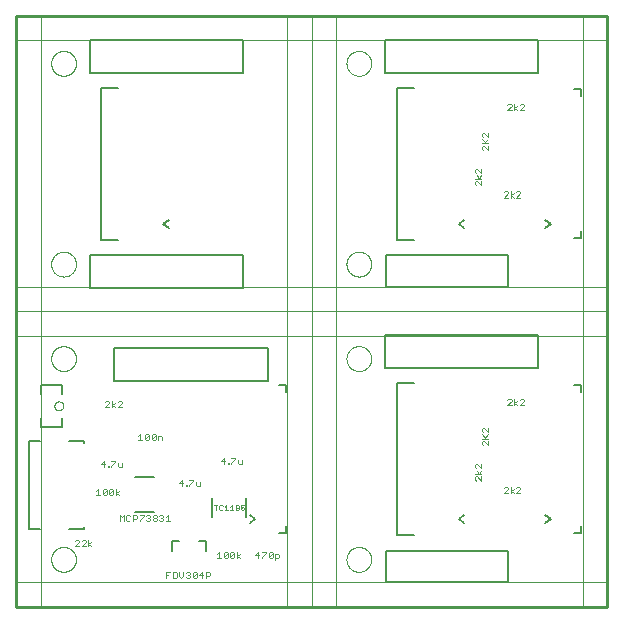
<source format=gto>
G75*
%MOIN*%
%OFA0B0*%
%FSLAX25Y25*%
%IPPOS*%
%LPD*%
%AMOC8*
5,1,8,0,0,1.08239X$1,22.5*
%
%ADD10C,0.01000*%
%ADD11C,0.00394*%
%ADD12C,0.00000*%
%ADD13C,0.00500*%
%ADD14C,0.00300*%
%ADD15C,0.00400*%
%ADD16C,0.00600*%
D10*
X0001500Y0001500D02*
X0198350Y0001500D01*
X0198350Y0198350D01*
X0001500Y0198350D01*
X0001500Y0001500D01*
D11*
X0001500Y0009571D02*
X0198350Y0009571D01*
X0190280Y0001500D02*
X0190280Y0198350D01*
X0198350Y0190280D02*
X0001500Y0190280D01*
X0009571Y0198350D02*
X0009571Y0001500D01*
X0091854Y0001500D02*
X0091854Y0198350D01*
X0099925Y0198350D02*
X0099925Y0001500D01*
X0107996Y0001500D02*
X0107996Y0198350D01*
X0198350Y0107996D02*
X0001500Y0107996D01*
X0001500Y0099925D02*
X0198350Y0099925D01*
X0198350Y0091854D02*
X0001500Y0091854D01*
D12*
X0013114Y0084177D02*
X0013116Y0084305D01*
X0013122Y0084433D01*
X0013132Y0084560D01*
X0013146Y0084688D01*
X0013163Y0084814D01*
X0013185Y0084940D01*
X0013211Y0085066D01*
X0013240Y0085190D01*
X0013273Y0085314D01*
X0013310Y0085436D01*
X0013351Y0085557D01*
X0013396Y0085677D01*
X0013444Y0085796D01*
X0013496Y0085913D01*
X0013552Y0086028D01*
X0013611Y0086142D01*
X0013673Y0086253D01*
X0013739Y0086363D01*
X0013808Y0086470D01*
X0013881Y0086576D01*
X0013957Y0086679D01*
X0014036Y0086779D01*
X0014118Y0086878D01*
X0014203Y0086973D01*
X0014291Y0087066D01*
X0014382Y0087156D01*
X0014475Y0087243D01*
X0014572Y0087328D01*
X0014670Y0087409D01*
X0014772Y0087487D01*
X0014875Y0087562D01*
X0014981Y0087634D01*
X0015089Y0087703D01*
X0015199Y0087768D01*
X0015312Y0087829D01*
X0015426Y0087888D01*
X0015541Y0087942D01*
X0015659Y0087993D01*
X0015777Y0088041D01*
X0015898Y0088084D01*
X0016019Y0088124D01*
X0016142Y0088160D01*
X0016266Y0088193D01*
X0016391Y0088221D01*
X0016516Y0088246D01*
X0016642Y0088266D01*
X0016769Y0088283D01*
X0016897Y0088296D01*
X0017024Y0088305D01*
X0017152Y0088310D01*
X0017280Y0088311D01*
X0017408Y0088308D01*
X0017536Y0088301D01*
X0017663Y0088290D01*
X0017790Y0088275D01*
X0017917Y0088257D01*
X0018043Y0088234D01*
X0018168Y0088207D01*
X0018292Y0088177D01*
X0018415Y0088143D01*
X0018538Y0088105D01*
X0018659Y0088063D01*
X0018778Y0088017D01*
X0018896Y0087968D01*
X0019013Y0087915D01*
X0019128Y0087859D01*
X0019241Y0087799D01*
X0019352Y0087736D01*
X0019461Y0087669D01*
X0019568Y0087599D01*
X0019673Y0087525D01*
X0019775Y0087449D01*
X0019875Y0087369D01*
X0019973Y0087286D01*
X0020068Y0087200D01*
X0020160Y0087111D01*
X0020249Y0087020D01*
X0020336Y0086926D01*
X0020419Y0086829D01*
X0020500Y0086729D01*
X0020577Y0086628D01*
X0020652Y0086523D01*
X0020723Y0086417D01*
X0020790Y0086308D01*
X0020855Y0086198D01*
X0020915Y0086085D01*
X0020973Y0085971D01*
X0021026Y0085855D01*
X0021076Y0085737D01*
X0021123Y0085618D01*
X0021166Y0085497D01*
X0021205Y0085375D01*
X0021240Y0085252D01*
X0021271Y0085128D01*
X0021299Y0085003D01*
X0021322Y0084877D01*
X0021342Y0084751D01*
X0021358Y0084624D01*
X0021370Y0084497D01*
X0021378Y0084369D01*
X0021382Y0084241D01*
X0021382Y0084113D01*
X0021378Y0083985D01*
X0021370Y0083857D01*
X0021358Y0083730D01*
X0021342Y0083603D01*
X0021322Y0083477D01*
X0021299Y0083351D01*
X0021271Y0083226D01*
X0021240Y0083102D01*
X0021205Y0082979D01*
X0021166Y0082857D01*
X0021123Y0082736D01*
X0021076Y0082617D01*
X0021026Y0082499D01*
X0020973Y0082383D01*
X0020915Y0082269D01*
X0020855Y0082156D01*
X0020790Y0082046D01*
X0020723Y0081937D01*
X0020652Y0081831D01*
X0020577Y0081726D01*
X0020500Y0081625D01*
X0020419Y0081525D01*
X0020336Y0081428D01*
X0020249Y0081334D01*
X0020160Y0081243D01*
X0020068Y0081154D01*
X0019973Y0081068D01*
X0019875Y0080985D01*
X0019775Y0080905D01*
X0019673Y0080829D01*
X0019568Y0080755D01*
X0019461Y0080685D01*
X0019352Y0080618D01*
X0019241Y0080555D01*
X0019128Y0080495D01*
X0019013Y0080439D01*
X0018896Y0080386D01*
X0018778Y0080337D01*
X0018659Y0080291D01*
X0018538Y0080249D01*
X0018415Y0080211D01*
X0018292Y0080177D01*
X0018168Y0080147D01*
X0018043Y0080120D01*
X0017917Y0080097D01*
X0017790Y0080079D01*
X0017663Y0080064D01*
X0017536Y0080053D01*
X0017408Y0080046D01*
X0017280Y0080043D01*
X0017152Y0080044D01*
X0017024Y0080049D01*
X0016897Y0080058D01*
X0016769Y0080071D01*
X0016642Y0080088D01*
X0016516Y0080108D01*
X0016391Y0080133D01*
X0016266Y0080161D01*
X0016142Y0080194D01*
X0016019Y0080230D01*
X0015898Y0080270D01*
X0015777Y0080313D01*
X0015659Y0080361D01*
X0015541Y0080412D01*
X0015426Y0080466D01*
X0015312Y0080525D01*
X0015199Y0080586D01*
X0015089Y0080651D01*
X0014981Y0080720D01*
X0014875Y0080792D01*
X0014772Y0080867D01*
X0014670Y0080945D01*
X0014572Y0081026D01*
X0014475Y0081111D01*
X0014382Y0081198D01*
X0014291Y0081288D01*
X0014203Y0081381D01*
X0014118Y0081476D01*
X0014036Y0081575D01*
X0013957Y0081675D01*
X0013881Y0081778D01*
X0013808Y0081884D01*
X0013739Y0081991D01*
X0013673Y0082101D01*
X0013611Y0082212D01*
X0013552Y0082326D01*
X0013496Y0082441D01*
X0013444Y0082558D01*
X0013396Y0082677D01*
X0013351Y0082797D01*
X0013310Y0082918D01*
X0013273Y0083040D01*
X0013240Y0083164D01*
X0013211Y0083288D01*
X0013185Y0083414D01*
X0013163Y0083540D01*
X0013146Y0083666D01*
X0013132Y0083794D01*
X0013122Y0083921D01*
X0013116Y0084049D01*
X0013114Y0084177D01*
X0014197Y0068429D02*
X0014199Y0068506D01*
X0014205Y0068582D01*
X0014215Y0068658D01*
X0014229Y0068733D01*
X0014246Y0068808D01*
X0014268Y0068881D01*
X0014293Y0068954D01*
X0014323Y0069025D01*
X0014355Y0069094D01*
X0014392Y0069161D01*
X0014431Y0069227D01*
X0014474Y0069290D01*
X0014521Y0069351D01*
X0014570Y0069410D01*
X0014623Y0069466D01*
X0014678Y0069519D01*
X0014736Y0069569D01*
X0014796Y0069616D01*
X0014859Y0069660D01*
X0014924Y0069701D01*
X0014991Y0069738D01*
X0015060Y0069772D01*
X0015130Y0069802D01*
X0015202Y0069828D01*
X0015276Y0069850D01*
X0015350Y0069869D01*
X0015425Y0069884D01*
X0015501Y0069895D01*
X0015577Y0069902D01*
X0015654Y0069905D01*
X0015730Y0069904D01*
X0015807Y0069899D01*
X0015883Y0069890D01*
X0015959Y0069877D01*
X0016033Y0069860D01*
X0016107Y0069840D01*
X0016180Y0069815D01*
X0016251Y0069787D01*
X0016321Y0069755D01*
X0016389Y0069720D01*
X0016455Y0069681D01*
X0016519Y0069639D01*
X0016580Y0069593D01*
X0016640Y0069544D01*
X0016696Y0069493D01*
X0016750Y0069438D01*
X0016801Y0069381D01*
X0016849Y0069321D01*
X0016894Y0069259D01*
X0016935Y0069194D01*
X0016973Y0069128D01*
X0017008Y0069060D01*
X0017038Y0068989D01*
X0017066Y0068918D01*
X0017089Y0068845D01*
X0017109Y0068771D01*
X0017125Y0068696D01*
X0017137Y0068620D01*
X0017145Y0068544D01*
X0017149Y0068467D01*
X0017149Y0068391D01*
X0017145Y0068314D01*
X0017137Y0068238D01*
X0017125Y0068162D01*
X0017109Y0068087D01*
X0017089Y0068013D01*
X0017066Y0067940D01*
X0017038Y0067869D01*
X0017008Y0067798D01*
X0016973Y0067730D01*
X0016935Y0067664D01*
X0016894Y0067599D01*
X0016849Y0067537D01*
X0016801Y0067477D01*
X0016750Y0067420D01*
X0016696Y0067365D01*
X0016640Y0067314D01*
X0016580Y0067265D01*
X0016519Y0067219D01*
X0016455Y0067177D01*
X0016389Y0067138D01*
X0016321Y0067103D01*
X0016251Y0067071D01*
X0016180Y0067043D01*
X0016107Y0067018D01*
X0016033Y0066998D01*
X0015959Y0066981D01*
X0015883Y0066968D01*
X0015807Y0066959D01*
X0015730Y0066954D01*
X0015654Y0066953D01*
X0015577Y0066956D01*
X0015501Y0066963D01*
X0015425Y0066974D01*
X0015350Y0066989D01*
X0015276Y0067008D01*
X0015202Y0067030D01*
X0015130Y0067056D01*
X0015060Y0067086D01*
X0014991Y0067120D01*
X0014924Y0067157D01*
X0014859Y0067198D01*
X0014796Y0067242D01*
X0014736Y0067289D01*
X0014678Y0067339D01*
X0014623Y0067392D01*
X0014570Y0067448D01*
X0014521Y0067507D01*
X0014474Y0067568D01*
X0014431Y0067631D01*
X0014392Y0067697D01*
X0014355Y0067764D01*
X0014323Y0067833D01*
X0014293Y0067904D01*
X0014268Y0067977D01*
X0014246Y0068050D01*
X0014229Y0068125D01*
X0014215Y0068200D01*
X0014205Y0068276D01*
X0014199Y0068352D01*
X0014197Y0068429D01*
X0013114Y0115673D02*
X0013116Y0115801D01*
X0013122Y0115929D01*
X0013132Y0116056D01*
X0013146Y0116184D01*
X0013163Y0116310D01*
X0013185Y0116436D01*
X0013211Y0116562D01*
X0013240Y0116686D01*
X0013273Y0116810D01*
X0013310Y0116932D01*
X0013351Y0117053D01*
X0013396Y0117173D01*
X0013444Y0117292D01*
X0013496Y0117409D01*
X0013552Y0117524D01*
X0013611Y0117638D01*
X0013673Y0117749D01*
X0013739Y0117859D01*
X0013808Y0117966D01*
X0013881Y0118072D01*
X0013957Y0118175D01*
X0014036Y0118275D01*
X0014118Y0118374D01*
X0014203Y0118469D01*
X0014291Y0118562D01*
X0014382Y0118652D01*
X0014475Y0118739D01*
X0014572Y0118824D01*
X0014670Y0118905D01*
X0014772Y0118983D01*
X0014875Y0119058D01*
X0014981Y0119130D01*
X0015089Y0119199D01*
X0015199Y0119264D01*
X0015312Y0119325D01*
X0015426Y0119384D01*
X0015541Y0119438D01*
X0015659Y0119489D01*
X0015777Y0119537D01*
X0015898Y0119580D01*
X0016019Y0119620D01*
X0016142Y0119656D01*
X0016266Y0119689D01*
X0016391Y0119717D01*
X0016516Y0119742D01*
X0016642Y0119762D01*
X0016769Y0119779D01*
X0016897Y0119792D01*
X0017024Y0119801D01*
X0017152Y0119806D01*
X0017280Y0119807D01*
X0017408Y0119804D01*
X0017536Y0119797D01*
X0017663Y0119786D01*
X0017790Y0119771D01*
X0017917Y0119753D01*
X0018043Y0119730D01*
X0018168Y0119703D01*
X0018292Y0119673D01*
X0018415Y0119639D01*
X0018538Y0119601D01*
X0018659Y0119559D01*
X0018778Y0119513D01*
X0018896Y0119464D01*
X0019013Y0119411D01*
X0019128Y0119355D01*
X0019241Y0119295D01*
X0019352Y0119232D01*
X0019461Y0119165D01*
X0019568Y0119095D01*
X0019673Y0119021D01*
X0019775Y0118945D01*
X0019875Y0118865D01*
X0019973Y0118782D01*
X0020068Y0118696D01*
X0020160Y0118607D01*
X0020249Y0118516D01*
X0020336Y0118422D01*
X0020419Y0118325D01*
X0020500Y0118225D01*
X0020577Y0118124D01*
X0020652Y0118019D01*
X0020723Y0117913D01*
X0020790Y0117804D01*
X0020855Y0117694D01*
X0020915Y0117581D01*
X0020973Y0117467D01*
X0021026Y0117351D01*
X0021076Y0117233D01*
X0021123Y0117114D01*
X0021166Y0116993D01*
X0021205Y0116871D01*
X0021240Y0116748D01*
X0021271Y0116624D01*
X0021299Y0116499D01*
X0021322Y0116373D01*
X0021342Y0116247D01*
X0021358Y0116120D01*
X0021370Y0115993D01*
X0021378Y0115865D01*
X0021382Y0115737D01*
X0021382Y0115609D01*
X0021378Y0115481D01*
X0021370Y0115353D01*
X0021358Y0115226D01*
X0021342Y0115099D01*
X0021322Y0114973D01*
X0021299Y0114847D01*
X0021271Y0114722D01*
X0021240Y0114598D01*
X0021205Y0114475D01*
X0021166Y0114353D01*
X0021123Y0114232D01*
X0021076Y0114113D01*
X0021026Y0113995D01*
X0020973Y0113879D01*
X0020915Y0113765D01*
X0020855Y0113652D01*
X0020790Y0113542D01*
X0020723Y0113433D01*
X0020652Y0113327D01*
X0020577Y0113222D01*
X0020500Y0113121D01*
X0020419Y0113021D01*
X0020336Y0112924D01*
X0020249Y0112830D01*
X0020160Y0112739D01*
X0020068Y0112650D01*
X0019973Y0112564D01*
X0019875Y0112481D01*
X0019775Y0112401D01*
X0019673Y0112325D01*
X0019568Y0112251D01*
X0019461Y0112181D01*
X0019352Y0112114D01*
X0019241Y0112051D01*
X0019128Y0111991D01*
X0019013Y0111935D01*
X0018896Y0111882D01*
X0018778Y0111833D01*
X0018659Y0111787D01*
X0018538Y0111745D01*
X0018415Y0111707D01*
X0018292Y0111673D01*
X0018168Y0111643D01*
X0018043Y0111616D01*
X0017917Y0111593D01*
X0017790Y0111575D01*
X0017663Y0111560D01*
X0017536Y0111549D01*
X0017408Y0111542D01*
X0017280Y0111539D01*
X0017152Y0111540D01*
X0017024Y0111545D01*
X0016897Y0111554D01*
X0016769Y0111567D01*
X0016642Y0111584D01*
X0016516Y0111604D01*
X0016391Y0111629D01*
X0016266Y0111657D01*
X0016142Y0111690D01*
X0016019Y0111726D01*
X0015898Y0111766D01*
X0015777Y0111809D01*
X0015659Y0111857D01*
X0015541Y0111908D01*
X0015426Y0111962D01*
X0015312Y0112021D01*
X0015199Y0112082D01*
X0015089Y0112147D01*
X0014981Y0112216D01*
X0014875Y0112288D01*
X0014772Y0112363D01*
X0014670Y0112441D01*
X0014572Y0112522D01*
X0014475Y0112607D01*
X0014382Y0112694D01*
X0014291Y0112784D01*
X0014203Y0112877D01*
X0014118Y0112972D01*
X0014036Y0113071D01*
X0013957Y0113171D01*
X0013881Y0113274D01*
X0013808Y0113380D01*
X0013739Y0113487D01*
X0013673Y0113597D01*
X0013611Y0113708D01*
X0013552Y0113822D01*
X0013496Y0113937D01*
X0013444Y0114054D01*
X0013396Y0114173D01*
X0013351Y0114293D01*
X0013310Y0114414D01*
X0013273Y0114536D01*
X0013240Y0114660D01*
X0013211Y0114784D01*
X0013185Y0114910D01*
X0013163Y0115036D01*
X0013146Y0115162D01*
X0013132Y0115290D01*
X0013122Y0115417D01*
X0013116Y0115545D01*
X0013114Y0115673D01*
X0013114Y0182602D02*
X0013116Y0182730D01*
X0013122Y0182858D01*
X0013132Y0182985D01*
X0013146Y0183113D01*
X0013163Y0183239D01*
X0013185Y0183365D01*
X0013211Y0183491D01*
X0013240Y0183615D01*
X0013273Y0183739D01*
X0013310Y0183861D01*
X0013351Y0183982D01*
X0013396Y0184102D01*
X0013444Y0184221D01*
X0013496Y0184338D01*
X0013552Y0184453D01*
X0013611Y0184567D01*
X0013673Y0184678D01*
X0013739Y0184788D01*
X0013808Y0184895D01*
X0013881Y0185001D01*
X0013957Y0185104D01*
X0014036Y0185204D01*
X0014118Y0185303D01*
X0014203Y0185398D01*
X0014291Y0185491D01*
X0014382Y0185581D01*
X0014475Y0185668D01*
X0014572Y0185753D01*
X0014670Y0185834D01*
X0014772Y0185912D01*
X0014875Y0185987D01*
X0014981Y0186059D01*
X0015089Y0186128D01*
X0015199Y0186193D01*
X0015312Y0186254D01*
X0015426Y0186313D01*
X0015541Y0186367D01*
X0015659Y0186418D01*
X0015777Y0186466D01*
X0015898Y0186509D01*
X0016019Y0186549D01*
X0016142Y0186585D01*
X0016266Y0186618D01*
X0016391Y0186646D01*
X0016516Y0186671D01*
X0016642Y0186691D01*
X0016769Y0186708D01*
X0016897Y0186721D01*
X0017024Y0186730D01*
X0017152Y0186735D01*
X0017280Y0186736D01*
X0017408Y0186733D01*
X0017536Y0186726D01*
X0017663Y0186715D01*
X0017790Y0186700D01*
X0017917Y0186682D01*
X0018043Y0186659D01*
X0018168Y0186632D01*
X0018292Y0186602D01*
X0018415Y0186568D01*
X0018538Y0186530D01*
X0018659Y0186488D01*
X0018778Y0186442D01*
X0018896Y0186393D01*
X0019013Y0186340D01*
X0019128Y0186284D01*
X0019241Y0186224D01*
X0019352Y0186161D01*
X0019461Y0186094D01*
X0019568Y0186024D01*
X0019673Y0185950D01*
X0019775Y0185874D01*
X0019875Y0185794D01*
X0019973Y0185711D01*
X0020068Y0185625D01*
X0020160Y0185536D01*
X0020249Y0185445D01*
X0020336Y0185351D01*
X0020419Y0185254D01*
X0020500Y0185154D01*
X0020577Y0185053D01*
X0020652Y0184948D01*
X0020723Y0184842D01*
X0020790Y0184733D01*
X0020855Y0184623D01*
X0020915Y0184510D01*
X0020973Y0184396D01*
X0021026Y0184280D01*
X0021076Y0184162D01*
X0021123Y0184043D01*
X0021166Y0183922D01*
X0021205Y0183800D01*
X0021240Y0183677D01*
X0021271Y0183553D01*
X0021299Y0183428D01*
X0021322Y0183302D01*
X0021342Y0183176D01*
X0021358Y0183049D01*
X0021370Y0182922D01*
X0021378Y0182794D01*
X0021382Y0182666D01*
X0021382Y0182538D01*
X0021378Y0182410D01*
X0021370Y0182282D01*
X0021358Y0182155D01*
X0021342Y0182028D01*
X0021322Y0181902D01*
X0021299Y0181776D01*
X0021271Y0181651D01*
X0021240Y0181527D01*
X0021205Y0181404D01*
X0021166Y0181282D01*
X0021123Y0181161D01*
X0021076Y0181042D01*
X0021026Y0180924D01*
X0020973Y0180808D01*
X0020915Y0180694D01*
X0020855Y0180581D01*
X0020790Y0180471D01*
X0020723Y0180362D01*
X0020652Y0180256D01*
X0020577Y0180151D01*
X0020500Y0180050D01*
X0020419Y0179950D01*
X0020336Y0179853D01*
X0020249Y0179759D01*
X0020160Y0179668D01*
X0020068Y0179579D01*
X0019973Y0179493D01*
X0019875Y0179410D01*
X0019775Y0179330D01*
X0019673Y0179254D01*
X0019568Y0179180D01*
X0019461Y0179110D01*
X0019352Y0179043D01*
X0019241Y0178980D01*
X0019128Y0178920D01*
X0019013Y0178864D01*
X0018896Y0178811D01*
X0018778Y0178762D01*
X0018659Y0178716D01*
X0018538Y0178674D01*
X0018415Y0178636D01*
X0018292Y0178602D01*
X0018168Y0178572D01*
X0018043Y0178545D01*
X0017917Y0178522D01*
X0017790Y0178504D01*
X0017663Y0178489D01*
X0017536Y0178478D01*
X0017408Y0178471D01*
X0017280Y0178468D01*
X0017152Y0178469D01*
X0017024Y0178474D01*
X0016897Y0178483D01*
X0016769Y0178496D01*
X0016642Y0178513D01*
X0016516Y0178533D01*
X0016391Y0178558D01*
X0016266Y0178586D01*
X0016142Y0178619D01*
X0016019Y0178655D01*
X0015898Y0178695D01*
X0015777Y0178738D01*
X0015659Y0178786D01*
X0015541Y0178837D01*
X0015426Y0178891D01*
X0015312Y0178950D01*
X0015199Y0179011D01*
X0015089Y0179076D01*
X0014981Y0179145D01*
X0014875Y0179217D01*
X0014772Y0179292D01*
X0014670Y0179370D01*
X0014572Y0179451D01*
X0014475Y0179536D01*
X0014382Y0179623D01*
X0014291Y0179713D01*
X0014203Y0179806D01*
X0014118Y0179901D01*
X0014036Y0180000D01*
X0013957Y0180100D01*
X0013881Y0180203D01*
X0013808Y0180309D01*
X0013739Y0180416D01*
X0013673Y0180526D01*
X0013611Y0180637D01*
X0013552Y0180751D01*
X0013496Y0180866D01*
X0013444Y0180983D01*
X0013396Y0181102D01*
X0013351Y0181222D01*
X0013310Y0181343D01*
X0013273Y0181465D01*
X0013240Y0181589D01*
X0013211Y0181713D01*
X0013185Y0181839D01*
X0013163Y0181965D01*
X0013146Y0182091D01*
X0013132Y0182219D01*
X0013122Y0182346D01*
X0013116Y0182474D01*
X0013114Y0182602D01*
X0111539Y0182602D02*
X0111541Y0182730D01*
X0111547Y0182858D01*
X0111557Y0182985D01*
X0111571Y0183113D01*
X0111588Y0183239D01*
X0111610Y0183365D01*
X0111636Y0183491D01*
X0111665Y0183615D01*
X0111698Y0183739D01*
X0111735Y0183861D01*
X0111776Y0183982D01*
X0111821Y0184102D01*
X0111869Y0184221D01*
X0111921Y0184338D01*
X0111977Y0184453D01*
X0112036Y0184567D01*
X0112098Y0184678D01*
X0112164Y0184788D01*
X0112233Y0184895D01*
X0112306Y0185001D01*
X0112382Y0185104D01*
X0112461Y0185204D01*
X0112543Y0185303D01*
X0112628Y0185398D01*
X0112716Y0185491D01*
X0112807Y0185581D01*
X0112900Y0185668D01*
X0112997Y0185753D01*
X0113095Y0185834D01*
X0113197Y0185912D01*
X0113300Y0185987D01*
X0113406Y0186059D01*
X0113514Y0186128D01*
X0113624Y0186193D01*
X0113737Y0186254D01*
X0113851Y0186313D01*
X0113966Y0186367D01*
X0114084Y0186418D01*
X0114202Y0186466D01*
X0114323Y0186509D01*
X0114444Y0186549D01*
X0114567Y0186585D01*
X0114691Y0186618D01*
X0114816Y0186646D01*
X0114941Y0186671D01*
X0115067Y0186691D01*
X0115194Y0186708D01*
X0115322Y0186721D01*
X0115449Y0186730D01*
X0115577Y0186735D01*
X0115705Y0186736D01*
X0115833Y0186733D01*
X0115961Y0186726D01*
X0116088Y0186715D01*
X0116215Y0186700D01*
X0116342Y0186682D01*
X0116468Y0186659D01*
X0116593Y0186632D01*
X0116717Y0186602D01*
X0116840Y0186568D01*
X0116963Y0186530D01*
X0117084Y0186488D01*
X0117203Y0186442D01*
X0117321Y0186393D01*
X0117438Y0186340D01*
X0117553Y0186284D01*
X0117666Y0186224D01*
X0117777Y0186161D01*
X0117886Y0186094D01*
X0117993Y0186024D01*
X0118098Y0185950D01*
X0118200Y0185874D01*
X0118300Y0185794D01*
X0118398Y0185711D01*
X0118493Y0185625D01*
X0118585Y0185536D01*
X0118674Y0185445D01*
X0118761Y0185351D01*
X0118844Y0185254D01*
X0118925Y0185154D01*
X0119002Y0185053D01*
X0119077Y0184948D01*
X0119148Y0184842D01*
X0119215Y0184733D01*
X0119280Y0184623D01*
X0119340Y0184510D01*
X0119398Y0184396D01*
X0119451Y0184280D01*
X0119501Y0184162D01*
X0119548Y0184043D01*
X0119591Y0183922D01*
X0119630Y0183800D01*
X0119665Y0183677D01*
X0119696Y0183553D01*
X0119724Y0183428D01*
X0119747Y0183302D01*
X0119767Y0183176D01*
X0119783Y0183049D01*
X0119795Y0182922D01*
X0119803Y0182794D01*
X0119807Y0182666D01*
X0119807Y0182538D01*
X0119803Y0182410D01*
X0119795Y0182282D01*
X0119783Y0182155D01*
X0119767Y0182028D01*
X0119747Y0181902D01*
X0119724Y0181776D01*
X0119696Y0181651D01*
X0119665Y0181527D01*
X0119630Y0181404D01*
X0119591Y0181282D01*
X0119548Y0181161D01*
X0119501Y0181042D01*
X0119451Y0180924D01*
X0119398Y0180808D01*
X0119340Y0180694D01*
X0119280Y0180581D01*
X0119215Y0180471D01*
X0119148Y0180362D01*
X0119077Y0180256D01*
X0119002Y0180151D01*
X0118925Y0180050D01*
X0118844Y0179950D01*
X0118761Y0179853D01*
X0118674Y0179759D01*
X0118585Y0179668D01*
X0118493Y0179579D01*
X0118398Y0179493D01*
X0118300Y0179410D01*
X0118200Y0179330D01*
X0118098Y0179254D01*
X0117993Y0179180D01*
X0117886Y0179110D01*
X0117777Y0179043D01*
X0117666Y0178980D01*
X0117553Y0178920D01*
X0117438Y0178864D01*
X0117321Y0178811D01*
X0117203Y0178762D01*
X0117084Y0178716D01*
X0116963Y0178674D01*
X0116840Y0178636D01*
X0116717Y0178602D01*
X0116593Y0178572D01*
X0116468Y0178545D01*
X0116342Y0178522D01*
X0116215Y0178504D01*
X0116088Y0178489D01*
X0115961Y0178478D01*
X0115833Y0178471D01*
X0115705Y0178468D01*
X0115577Y0178469D01*
X0115449Y0178474D01*
X0115322Y0178483D01*
X0115194Y0178496D01*
X0115067Y0178513D01*
X0114941Y0178533D01*
X0114816Y0178558D01*
X0114691Y0178586D01*
X0114567Y0178619D01*
X0114444Y0178655D01*
X0114323Y0178695D01*
X0114202Y0178738D01*
X0114084Y0178786D01*
X0113966Y0178837D01*
X0113851Y0178891D01*
X0113737Y0178950D01*
X0113624Y0179011D01*
X0113514Y0179076D01*
X0113406Y0179145D01*
X0113300Y0179217D01*
X0113197Y0179292D01*
X0113095Y0179370D01*
X0112997Y0179451D01*
X0112900Y0179536D01*
X0112807Y0179623D01*
X0112716Y0179713D01*
X0112628Y0179806D01*
X0112543Y0179901D01*
X0112461Y0180000D01*
X0112382Y0180100D01*
X0112306Y0180203D01*
X0112233Y0180309D01*
X0112164Y0180416D01*
X0112098Y0180526D01*
X0112036Y0180637D01*
X0111977Y0180751D01*
X0111921Y0180866D01*
X0111869Y0180983D01*
X0111821Y0181102D01*
X0111776Y0181222D01*
X0111735Y0181343D01*
X0111698Y0181465D01*
X0111665Y0181589D01*
X0111636Y0181713D01*
X0111610Y0181839D01*
X0111588Y0181965D01*
X0111571Y0182091D01*
X0111557Y0182219D01*
X0111547Y0182346D01*
X0111541Y0182474D01*
X0111539Y0182602D01*
X0111539Y0115673D02*
X0111541Y0115801D01*
X0111547Y0115929D01*
X0111557Y0116056D01*
X0111571Y0116184D01*
X0111588Y0116310D01*
X0111610Y0116436D01*
X0111636Y0116562D01*
X0111665Y0116686D01*
X0111698Y0116810D01*
X0111735Y0116932D01*
X0111776Y0117053D01*
X0111821Y0117173D01*
X0111869Y0117292D01*
X0111921Y0117409D01*
X0111977Y0117524D01*
X0112036Y0117638D01*
X0112098Y0117749D01*
X0112164Y0117859D01*
X0112233Y0117966D01*
X0112306Y0118072D01*
X0112382Y0118175D01*
X0112461Y0118275D01*
X0112543Y0118374D01*
X0112628Y0118469D01*
X0112716Y0118562D01*
X0112807Y0118652D01*
X0112900Y0118739D01*
X0112997Y0118824D01*
X0113095Y0118905D01*
X0113197Y0118983D01*
X0113300Y0119058D01*
X0113406Y0119130D01*
X0113514Y0119199D01*
X0113624Y0119264D01*
X0113737Y0119325D01*
X0113851Y0119384D01*
X0113966Y0119438D01*
X0114084Y0119489D01*
X0114202Y0119537D01*
X0114323Y0119580D01*
X0114444Y0119620D01*
X0114567Y0119656D01*
X0114691Y0119689D01*
X0114816Y0119717D01*
X0114941Y0119742D01*
X0115067Y0119762D01*
X0115194Y0119779D01*
X0115322Y0119792D01*
X0115449Y0119801D01*
X0115577Y0119806D01*
X0115705Y0119807D01*
X0115833Y0119804D01*
X0115961Y0119797D01*
X0116088Y0119786D01*
X0116215Y0119771D01*
X0116342Y0119753D01*
X0116468Y0119730D01*
X0116593Y0119703D01*
X0116717Y0119673D01*
X0116840Y0119639D01*
X0116963Y0119601D01*
X0117084Y0119559D01*
X0117203Y0119513D01*
X0117321Y0119464D01*
X0117438Y0119411D01*
X0117553Y0119355D01*
X0117666Y0119295D01*
X0117777Y0119232D01*
X0117886Y0119165D01*
X0117993Y0119095D01*
X0118098Y0119021D01*
X0118200Y0118945D01*
X0118300Y0118865D01*
X0118398Y0118782D01*
X0118493Y0118696D01*
X0118585Y0118607D01*
X0118674Y0118516D01*
X0118761Y0118422D01*
X0118844Y0118325D01*
X0118925Y0118225D01*
X0119002Y0118124D01*
X0119077Y0118019D01*
X0119148Y0117913D01*
X0119215Y0117804D01*
X0119280Y0117694D01*
X0119340Y0117581D01*
X0119398Y0117467D01*
X0119451Y0117351D01*
X0119501Y0117233D01*
X0119548Y0117114D01*
X0119591Y0116993D01*
X0119630Y0116871D01*
X0119665Y0116748D01*
X0119696Y0116624D01*
X0119724Y0116499D01*
X0119747Y0116373D01*
X0119767Y0116247D01*
X0119783Y0116120D01*
X0119795Y0115993D01*
X0119803Y0115865D01*
X0119807Y0115737D01*
X0119807Y0115609D01*
X0119803Y0115481D01*
X0119795Y0115353D01*
X0119783Y0115226D01*
X0119767Y0115099D01*
X0119747Y0114973D01*
X0119724Y0114847D01*
X0119696Y0114722D01*
X0119665Y0114598D01*
X0119630Y0114475D01*
X0119591Y0114353D01*
X0119548Y0114232D01*
X0119501Y0114113D01*
X0119451Y0113995D01*
X0119398Y0113879D01*
X0119340Y0113765D01*
X0119280Y0113652D01*
X0119215Y0113542D01*
X0119148Y0113433D01*
X0119077Y0113327D01*
X0119002Y0113222D01*
X0118925Y0113121D01*
X0118844Y0113021D01*
X0118761Y0112924D01*
X0118674Y0112830D01*
X0118585Y0112739D01*
X0118493Y0112650D01*
X0118398Y0112564D01*
X0118300Y0112481D01*
X0118200Y0112401D01*
X0118098Y0112325D01*
X0117993Y0112251D01*
X0117886Y0112181D01*
X0117777Y0112114D01*
X0117666Y0112051D01*
X0117553Y0111991D01*
X0117438Y0111935D01*
X0117321Y0111882D01*
X0117203Y0111833D01*
X0117084Y0111787D01*
X0116963Y0111745D01*
X0116840Y0111707D01*
X0116717Y0111673D01*
X0116593Y0111643D01*
X0116468Y0111616D01*
X0116342Y0111593D01*
X0116215Y0111575D01*
X0116088Y0111560D01*
X0115961Y0111549D01*
X0115833Y0111542D01*
X0115705Y0111539D01*
X0115577Y0111540D01*
X0115449Y0111545D01*
X0115322Y0111554D01*
X0115194Y0111567D01*
X0115067Y0111584D01*
X0114941Y0111604D01*
X0114816Y0111629D01*
X0114691Y0111657D01*
X0114567Y0111690D01*
X0114444Y0111726D01*
X0114323Y0111766D01*
X0114202Y0111809D01*
X0114084Y0111857D01*
X0113966Y0111908D01*
X0113851Y0111962D01*
X0113737Y0112021D01*
X0113624Y0112082D01*
X0113514Y0112147D01*
X0113406Y0112216D01*
X0113300Y0112288D01*
X0113197Y0112363D01*
X0113095Y0112441D01*
X0112997Y0112522D01*
X0112900Y0112607D01*
X0112807Y0112694D01*
X0112716Y0112784D01*
X0112628Y0112877D01*
X0112543Y0112972D01*
X0112461Y0113071D01*
X0112382Y0113171D01*
X0112306Y0113274D01*
X0112233Y0113380D01*
X0112164Y0113487D01*
X0112098Y0113597D01*
X0112036Y0113708D01*
X0111977Y0113822D01*
X0111921Y0113937D01*
X0111869Y0114054D01*
X0111821Y0114173D01*
X0111776Y0114293D01*
X0111735Y0114414D01*
X0111698Y0114536D01*
X0111665Y0114660D01*
X0111636Y0114784D01*
X0111610Y0114910D01*
X0111588Y0115036D01*
X0111571Y0115162D01*
X0111557Y0115290D01*
X0111547Y0115417D01*
X0111541Y0115545D01*
X0111539Y0115673D01*
X0111539Y0084177D02*
X0111541Y0084305D01*
X0111547Y0084433D01*
X0111557Y0084560D01*
X0111571Y0084688D01*
X0111588Y0084814D01*
X0111610Y0084940D01*
X0111636Y0085066D01*
X0111665Y0085190D01*
X0111698Y0085314D01*
X0111735Y0085436D01*
X0111776Y0085557D01*
X0111821Y0085677D01*
X0111869Y0085796D01*
X0111921Y0085913D01*
X0111977Y0086028D01*
X0112036Y0086142D01*
X0112098Y0086253D01*
X0112164Y0086363D01*
X0112233Y0086470D01*
X0112306Y0086576D01*
X0112382Y0086679D01*
X0112461Y0086779D01*
X0112543Y0086878D01*
X0112628Y0086973D01*
X0112716Y0087066D01*
X0112807Y0087156D01*
X0112900Y0087243D01*
X0112997Y0087328D01*
X0113095Y0087409D01*
X0113197Y0087487D01*
X0113300Y0087562D01*
X0113406Y0087634D01*
X0113514Y0087703D01*
X0113624Y0087768D01*
X0113737Y0087829D01*
X0113851Y0087888D01*
X0113966Y0087942D01*
X0114084Y0087993D01*
X0114202Y0088041D01*
X0114323Y0088084D01*
X0114444Y0088124D01*
X0114567Y0088160D01*
X0114691Y0088193D01*
X0114816Y0088221D01*
X0114941Y0088246D01*
X0115067Y0088266D01*
X0115194Y0088283D01*
X0115322Y0088296D01*
X0115449Y0088305D01*
X0115577Y0088310D01*
X0115705Y0088311D01*
X0115833Y0088308D01*
X0115961Y0088301D01*
X0116088Y0088290D01*
X0116215Y0088275D01*
X0116342Y0088257D01*
X0116468Y0088234D01*
X0116593Y0088207D01*
X0116717Y0088177D01*
X0116840Y0088143D01*
X0116963Y0088105D01*
X0117084Y0088063D01*
X0117203Y0088017D01*
X0117321Y0087968D01*
X0117438Y0087915D01*
X0117553Y0087859D01*
X0117666Y0087799D01*
X0117777Y0087736D01*
X0117886Y0087669D01*
X0117993Y0087599D01*
X0118098Y0087525D01*
X0118200Y0087449D01*
X0118300Y0087369D01*
X0118398Y0087286D01*
X0118493Y0087200D01*
X0118585Y0087111D01*
X0118674Y0087020D01*
X0118761Y0086926D01*
X0118844Y0086829D01*
X0118925Y0086729D01*
X0119002Y0086628D01*
X0119077Y0086523D01*
X0119148Y0086417D01*
X0119215Y0086308D01*
X0119280Y0086198D01*
X0119340Y0086085D01*
X0119398Y0085971D01*
X0119451Y0085855D01*
X0119501Y0085737D01*
X0119548Y0085618D01*
X0119591Y0085497D01*
X0119630Y0085375D01*
X0119665Y0085252D01*
X0119696Y0085128D01*
X0119724Y0085003D01*
X0119747Y0084877D01*
X0119767Y0084751D01*
X0119783Y0084624D01*
X0119795Y0084497D01*
X0119803Y0084369D01*
X0119807Y0084241D01*
X0119807Y0084113D01*
X0119803Y0083985D01*
X0119795Y0083857D01*
X0119783Y0083730D01*
X0119767Y0083603D01*
X0119747Y0083477D01*
X0119724Y0083351D01*
X0119696Y0083226D01*
X0119665Y0083102D01*
X0119630Y0082979D01*
X0119591Y0082857D01*
X0119548Y0082736D01*
X0119501Y0082617D01*
X0119451Y0082499D01*
X0119398Y0082383D01*
X0119340Y0082269D01*
X0119280Y0082156D01*
X0119215Y0082046D01*
X0119148Y0081937D01*
X0119077Y0081831D01*
X0119002Y0081726D01*
X0118925Y0081625D01*
X0118844Y0081525D01*
X0118761Y0081428D01*
X0118674Y0081334D01*
X0118585Y0081243D01*
X0118493Y0081154D01*
X0118398Y0081068D01*
X0118300Y0080985D01*
X0118200Y0080905D01*
X0118098Y0080829D01*
X0117993Y0080755D01*
X0117886Y0080685D01*
X0117777Y0080618D01*
X0117666Y0080555D01*
X0117553Y0080495D01*
X0117438Y0080439D01*
X0117321Y0080386D01*
X0117203Y0080337D01*
X0117084Y0080291D01*
X0116963Y0080249D01*
X0116840Y0080211D01*
X0116717Y0080177D01*
X0116593Y0080147D01*
X0116468Y0080120D01*
X0116342Y0080097D01*
X0116215Y0080079D01*
X0116088Y0080064D01*
X0115961Y0080053D01*
X0115833Y0080046D01*
X0115705Y0080043D01*
X0115577Y0080044D01*
X0115449Y0080049D01*
X0115322Y0080058D01*
X0115194Y0080071D01*
X0115067Y0080088D01*
X0114941Y0080108D01*
X0114816Y0080133D01*
X0114691Y0080161D01*
X0114567Y0080194D01*
X0114444Y0080230D01*
X0114323Y0080270D01*
X0114202Y0080313D01*
X0114084Y0080361D01*
X0113966Y0080412D01*
X0113851Y0080466D01*
X0113737Y0080525D01*
X0113624Y0080586D01*
X0113514Y0080651D01*
X0113406Y0080720D01*
X0113300Y0080792D01*
X0113197Y0080867D01*
X0113095Y0080945D01*
X0112997Y0081026D01*
X0112900Y0081111D01*
X0112807Y0081198D01*
X0112716Y0081288D01*
X0112628Y0081381D01*
X0112543Y0081476D01*
X0112461Y0081575D01*
X0112382Y0081675D01*
X0112306Y0081778D01*
X0112233Y0081884D01*
X0112164Y0081991D01*
X0112098Y0082101D01*
X0112036Y0082212D01*
X0111977Y0082326D01*
X0111921Y0082441D01*
X0111869Y0082558D01*
X0111821Y0082677D01*
X0111776Y0082797D01*
X0111735Y0082918D01*
X0111698Y0083040D01*
X0111665Y0083164D01*
X0111636Y0083288D01*
X0111610Y0083414D01*
X0111588Y0083540D01*
X0111571Y0083666D01*
X0111557Y0083794D01*
X0111547Y0083921D01*
X0111541Y0084049D01*
X0111539Y0084177D01*
X0111539Y0017248D02*
X0111541Y0017376D01*
X0111547Y0017504D01*
X0111557Y0017631D01*
X0111571Y0017759D01*
X0111588Y0017885D01*
X0111610Y0018011D01*
X0111636Y0018137D01*
X0111665Y0018261D01*
X0111698Y0018385D01*
X0111735Y0018507D01*
X0111776Y0018628D01*
X0111821Y0018748D01*
X0111869Y0018867D01*
X0111921Y0018984D01*
X0111977Y0019099D01*
X0112036Y0019213D01*
X0112098Y0019324D01*
X0112164Y0019434D01*
X0112233Y0019541D01*
X0112306Y0019647D01*
X0112382Y0019750D01*
X0112461Y0019850D01*
X0112543Y0019949D01*
X0112628Y0020044D01*
X0112716Y0020137D01*
X0112807Y0020227D01*
X0112900Y0020314D01*
X0112997Y0020399D01*
X0113095Y0020480D01*
X0113197Y0020558D01*
X0113300Y0020633D01*
X0113406Y0020705D01*
X0113514Y0020774D01*
X0113624Y0020839D01*
X0113737Y0020900D01*
X0113851Y0020959D01*
X0113966Y0021013D01*
X0114084Y0021064D01*
X0114202Y0021112D01*
X0114323Y0021155D01*
X0114444Y0021195D01*
X0114567Y0021231D01*
X0114691Y0021264D01*
X0114816Y0021292D01*
X0114941Y0021317D01*
X0115067Y0021337D01*
X0115194Y0021354D01*
X0115322Y0021367D01*
X0115449Y0021376D01*
X0115577Y0021381D01*
X0115705Y0021382D01*
X0115833Y0021379D01*
X0115961Y0021372D01*
X0116088Y0021361D01*
X0116215Y0021346D01*
X0116342Y0021328D01*
X0116468Y0021305D01*
X0116593Y0021278D01*
X0116717Y0021248D01*
X0116840Y0021214D01*
X0116963Y0021176D01*
X0117084Y0021134D01*
X0117203Y0021088D01*
X0117321Y0021039D01*
X0117438Y0020986D01*
X0117553Y0020930D01*
X0117666Y0020870D01*
X0117777Y0020807D01*
X0117886Y0020740D01*
X0117993Y0020670D01*
X0118098Y0020596D01*
X0118200Y0020520D01*
X0118300Y0020440D01*
X0118398Y0020357D01*
X0118493Y0020271D01*
X0118585Y0020182D01*
X0118674Y0020091D01*
X0118761Y0019997D01*
X0118844Y0019900D01*
X0118925Y0019800D01*
X0119002Y0019699D01*
X0119077Y0019594D01*
X0119148Y0019488D01*
X0119215Y0019379D01*
X0119280Y0019269D01*
X0119340Y0019156D01*
X0119398Y0019042D01*
X0119451Y0018926D01*
X0119501Y0018808D01*
X0119548Y0018689D01*
X0119591Y0018568D01*
X0119630Y0018446D01*
X0119665Y0018323D01*
X0119696Y0018199D01*
X0119724Y0018074D01*
X0119747Y0017948D01*
X0119767Y0017822D01*
X0119783Y0017695D01*
X0119795Y0017568D01*
X0119803Y0017440D01*
X0119807Y0017312D01*
X0119807Y0017184D01*
X0119803Y0017056D01*
X0119795Y0016928D01*
X0119783Y0016801D01*
X0119767Y0016674D01*
X0119747Y0016548D01*
X0119724Y0016422D01*
X0119696Y0016297D01*
X0119665Y0016173D01*
X0119630Y0016050D01*
X0119591Y0015928D01*
X0119548Y0015807D01*
X0119501Y0015688D01*
X0119451Y0015570D01*
X0119398Y0015454D01*
X0119340Y0015340D01*
X0119280Y0015227D01*
X0119215Y0015117D01*
X0119148Y0015008D01*
X0119077Y0014902D01*
X0119002Y0014797D01*
X0118925Y0014696D01*
X0118844Y0014596D01*
X0118761Y0014499D01*
X0118674Y0014405D01*
X0118585Y0014314D01*
X0118493Y0014225D01*
X0118398Y0014139D01*
X0118300Y0014056D01*
X0118200Y0013976D01*
X0118098Y0013900D01*
X0117993Y0013826D01*
X0117886Y0013756D01*
X0117777Y0013689D01*
X0117666Y0013626D01*
X0117553Y0013566D01*
X0117438Y0013510D01*
X0117321Y0013457D01*
X0117203Y0013408D01*
X0117084Y0013362D01*
X0116963Y0013320D01*
X0116840Y0013282D01*
X0116717Y0013248D01*
X0116593Y0013218D01*
X0116468Y0013191D01*
X0116342Y0013168D01*
X0116215Y0013150D01*
X0116088Y0013135D01*
X0115961Y0013124D01*
X0115833Y0013117D01*
X0115705Y0013114D01*
X0115577Y0013115D01*
X0115449Y0013120D01*
X0115322Y0013129D01*
X0115194Y0013142D01*
X0115067Y0013159D01*
X0114941Y0013179D01*
X0114816Y0013204D01*
X0114691Y0013232D01*
X0114567Y0013265D01*
X0114444Y0013301D01*
X0114323Y0013341D01*
X0114202Y0013384D01*
X0114084Y0013432D01*
X0113966Y0013483D01*
X0113851Y0013537D01*
X0113737Y0013596D01*
X0113624Y0013657D01*
X0113514Y0013722D01*
X0113406Y0013791D01*
X0113300Y0013863D01*
X0113197Y0013938D01*
X0113095Y0014016D01*
X0112997Y0014097D01*
X0112900Y0014182D01*
X0112807Y0014269D01*
X0112716Y0014359D01*
X0112628Y0014452D01*
X0112543Y0014547D01*
X0112461Y0014646D01*
X0112382Y0014746D01*
X0112306Y0014849D01*
X0112233Y0014955D01*
X0112164Y0015062D01*
X0112098Y0015172D01*
X0112036Y0015283D01*
X0111977Y0015397D01*
X0111921Y0015512D01*
X0111869Y0015629D01*
X0111821Y0015748D01*
X0111776Y0015868D01*
X0111735Y0015989D01*
X0111698Y0016111D01*
X0111665Y0016235D01*
X0111636Y0016359D01*
X0111610Y0016485D01*
X0111588Y0016611D01*
X0111571Y0016737D01*
X0111557Y0016865D01*
X0111547Y0016992D01*
X0111541Y0017120D01*
X0111539Y0017248D01*
X0013114Y0017248D02*
X0013116Y0017376D01*
X0013122Y0017504D01*
X0013132Y0017631D01*
X0013146Y0017759D01*
X0013163Y0017885D01*
X0013185Y0018011D01*
X0013211Y0018137D01*
X0013240Y0018261D01*
X0013273Y0018385D01*
X0013310Y0018507D01*
X0013351Y0018628D01*
X0013396Y0018748D01*
X0013444Y0018867D01*
X0013496Y0018984D01*
X0013552Y0019099D01*
X0013611Y0019213D01*
X0013673Y0019324D01*
X0013739Y0019434D01*
X0013808Y0019541D01*
X0013881Y0019647D01*
X0013957Y0019750D01*
X0014036Y0019850D01*
X0014118Y0019949D01*
X0014203Y0020044D01*
X0014291Y0020137D01*
X0014382Y0020227D01*
X0014475Y0020314D01*
X0014572Y0020399D01*
X0014670Y0020480D01*
X0014772Y0020558D01*
X0014875Y0020633D01*
X0014981Y0020705D01*
X0015089Y0020774D01*
X0015199Y0020839D01*
X0015312Y0020900D01*
X0015426Y0020959D01*
X0015541Y0021013D01*
X0015659Y0021064D01*
X0015777Y0021112D01*
X0015898Y0021155D01*
X0016019Y0021195D01*
X0016142Y0021231D01*
X0016266Y0021264D01*
X0016391Y0021292D01*
X0016516Y0021317D01*
X0016642Y0021337D01*
X0016769Y0021354D01*
X0016897Y0021367D01*
X0017024Y0021376D01*
X0017152Y0021381D01*
X0017280Y0021382D01*
X0017408Y0021379D01*
X0017536Y0021372D01*
X0017663Y0021361D01*
X0017790Y0021346D01*
X0017917Y0021328D01*
X0018043Y0021305D01*
X0018168Y0021278D01*
X0018292Y0021248D01*
X0018415Y0021214D01*
X0018538Y0021176D01*
X0018659Y0021134D01*
X0018778Y0021088D01*
X0018896Y0021039D01*
X0019013Y0020986D01*
X0019128Y0020930D01*
X0019241Y0020870D01*
X0019352Y0020807D01*
X0019461Y0020740D01*
X0019568Y0020670D01*
X0019673Y0020596D01*
X0019775Y0020520D01*
X0019875Y0020440D01*
X0019973Y0020357D01*
X0020068Y0020271D01*
X0020160Y0020182D01*
X0020249Y0020091D01*
X0020336Y0019997D01*
X0020419Y0019900D01*
X0020500Y0019800D01*
X0020577Y0019699D01*
X0020652Y0019594D01*
X0020723Y0019488D01*
X0020790Y0019379D01*
X0020855Y0019269D01*
X0020915Y0019156D01*
X0020973Y0019042D01*
X0021026Y0018926D01*
X0021076Y0018808D01*
X0021123Y0018689D01*
X0021166Y0018568D01*
X0021205Y0018446D01*
X0021240Y0018323D01*
X0021271Y0018199D01*
X0021299Y0018074D01*
X0021322Y0017948D01*
X0021342Y0017822D01*
X0021358Y0017695D01*
X0021370Y0017568D01*
X0021378Y0017440D01*
X0021382Y0017312D01*
X0021382Y0017184D01*
X0021378Y0017056D01*
X0021370Y0016928D01*
X0021358Y0016801D01*
X0021342Y0016674D01*
X0021322Y0016548D01*
X0021299Y0016422D01*
X0021271Y0016297D01*
X0021240Y0016173D01*
X0021205Y0016050D01*
X0021166Y0015928D01*
X0021123Y0015807D01*
X0021076Y0015688D01*
X0021026Y0015570D01*
X0020973Y0015454D01*
X0020915Y0015340D01*
X0020855Y0015227D01*
X0020790Y0015117D01*
X0020723Y0015008D01*
X0020652Y0014902D01*
X0020577Y0014797D01*
X0020500Y0014696D01*
X0020419Y0014596D01*
X0020336Y0014499D01*
X0020249Y0014405D01*
X0020160Y0014314D01*
X0020068Y0014225D01*
X0019973Y0014139D01*
X0019875Y0014056D01*
X0019775Y0013976D01*
X0019673Y0013900D01*
X0019568Y0013826D01*
X0019461Y0013756D01*
X0019352Y0013689D01*
X0019241Y0013626D01*
X0019128Y0013566D01*
X0019013Y0013510D01*
X0018896Y0013457D01*
X0018778Y0013408D01*
X0018659Y0013362D01*
X0018538Y0013320D01*
X0018415Y0013282D01*
X0018292Y0013248D01*
X0018168Y0013218D01*
X0018043Y0013191D01*
X0017917Y0013168D01*
X0017790Y0013150D01*
X0017663Y0013135D01*
X0017536Y0013124D01*
X0017408Y0013117D01*
X0017280Y0013114D01*
X0017152Y0013115D01*
X0017024Y0013120D01*
X0016897Y0013129D01*
X0016769Y0013142D01*
X0016642Y0013159D01*
X0016516Y0013179D01*
X0016391Y0013204D01*
X0016266Y0013232D01*
X0016142Y0013265D01*
X0016019Y0013301D01*
X0015898Y0013341D01*
X0015777Y0013384D01*
X0015659Y0013432D01*
X0015541Y0013483D01*
X0015426Y0013537D01*
X0015312Y0013596D01*
X0015199Y0013657D01*
X0015089Y0013722D01*
X0014981Y0013791D01*
X0014875Y0013863D01*
X0014772Y0013938D01*
X0014670Y0014016D01*
X0014572Y0014097D01*
X0014475Y0014182D01*
X0014382Y0014269D01*
X0014291Y0014359D01*
X0014203Y0014452D01*
X0014118Y0014547D01*
X0014036Y0014646D01*
X0013957Y0014746D01*
X0013881Y0014849D01*
X0013808Y0014955D01*
X0013739Y0015062D01*
X0013673Y0015172D01*
X0013611Y0015283D01*
X0013552Y0015397D01*
X0013496Y0015512D01*
X0013444Y0015629D01*
X0013396Y0015748D01*
X0013351Y0015868D01*
X0013310Y0015989D01*
X0013273Y0016111D01*
X0013240Y0016235D01*
X0013211Y0016359D01*
X0013185Y0016485D01*
X0013163Y0016611D01*
X0013146Y0016737D01*
X0013132Y0016865D01*
X0013122Y0016992D01*
X0013116Y0017120D01*
X0013114Y0017248D01*
D13*
X0009374Y0027287D02*
X0005634Y0027287D01*
X0005634Y0056815D01*
X0009374Y0056815D01*
X0009768Y0061343D02*
X0009768Y0064492D01*
X0009768Y0061343D02*
X0016854Y0061343D01*
X0016854Y0064492D01*
X0016854Y0072366D02*
X0016854Y0075516D01*
X0009768Y0075516D01*
X0009768Y0072366D01*
X0019217Y0056815D02*
X0024138Y0056815D01*
X0024138Y0056028D01*
X0041067Y0044807D02*
X0047366Y0044807D01*
X0047366Y0032996D02*
X0041067Y0032996D01*
X0024138Y0028075D02*
X0024138Y0027287D01*
X0019217Y0027287D01*
X0066657Y0031421D02*
X0066657Y0037720D01*
X0078075Y0037720D02*
X0078075Y0031421D01*
X0079411Y0031986D02*
X0081212Y0030635D01*
X0079411Y0029284D01*
X0088902Y0025909D02*
X0091264Y0025909D01*
X0091264Y0028272D01*
X0124728Y0020201D02*
X0124728Y0009571D01*
X0165280Y0009571D01*
X0165280Y0020201D01*
X0124728Y0020201D01*
X0128272Y0025319D02*
X0133902Y0025319D01*
X0128272Y0025319D02*
X0128272Y0076106D01*
X0133902Y0076106D01*
X0124335Y0081028D02*
X0175516Y0081028D01*
X0175516Y0092051D01*
X0124335Y0092051D01*
X0124335Y0081028D01*
X0124728Y0107996D02*
X0124728Y0118626D01*
X0165280Y0118626D01*
X0165280Y0107996D01*
X0124728Y0107996D01*
X0128272Y0123744D02*
X0133902Y0123744D01*
X0128272Y0123744D02*
X0128272Y0174531D01*
X0133902Y0174531D01*
X0124335Y0179453D02*
X0175516Y0179453D01*
X0175516Y0190476D01*
X0124335Y0190476D01*
X0124335Y0179453D01*
X0077091Y0179453D02*
X0077091Y0190476D01*
X0025909Y0190476D01*
X0025909Y0179453D01*
X0077091Y0179453D01*
X0035476Y0174531D02*
X0029846Y0174531D01*
X0029846Y0123744D01*
X0035476Y0123744D01*
X0025909Y0118823D02*
X0025909Y0107799D01*
X0077091Y0107799D01*
X0077091Y0118823D01*
X0025909Y0118823D01*
X0050474Y0129060D02*
X0052275Y0127709D01*
X0050474Y0129060D02*
X0052275Y0130411D01*
X0034177Y0087720D02*
X0034177Y0076697D01*
X0085358Y0076697D01*
X0085358Y0087720D01*
X0034177Y0087720D01*
X0088902Y0075516D02*
X0091264Y0075516D01*
X0091264Y0073154D01*
X0148899Y0030635D02*
X0150700Y0029284D01*
X0148899Y0030635D02*
X0150700Y0031986D01*
X0177836Y0031986D02*
X0179637Y0030635D01*
X0177836Y0029284D01*
X0187327Y0025909D02*
X0189689Y0025909D01*
X0189689Y0028272D01*
X0189689Y0073154D02*
X0189689Y0075516D01*
X0187327Y0075516D01*
X0187327Y0124335D02*
X0189689Y0124335D01*
X0189689Y0126697D01*
X0179637Y0129060D02*
X0177836Y0127709D01*
X0179637Y0129060D02*
X0177836Y0130411D01*
X0150700Y0130411D02*
X0148899Y0129060D01*
X0150700Y0127709D01*
X0189689Y0171579D02*
X0189689Y0173941D01*
X0187327Y0173941D01*
D14*
X0170645Y0168757D02*
X0170295Y0169107D01*
X0169594Y0169107D01*
X0169244Y0168757D01*
X0168453Y0168406D02*
X0167402Y0167706D01*
X0168453Y0167005D01*
X0169244Y0167005D02*
X0170645Y0168406D01*
X0170645Y0168757D01*
X0170645Y0167005D02*
X0169244Y0167005D01*
X0167402Y0167005D02*
X0167402Y0169107D01*
X0166594Y0168757D02*
X0166243Y0169107D01*
X0165543Y0169107D01*
X0165193Y0168757D01*
X0166594Y0168757D02*
X0166594Y0168406D01*
X0165193Y0167005D01*
X0166594Y0167005D01*
X0158869Y0159530D02*
X0158869Y0158129D01*
X0157468Y0159530D01*
X0157117Y0159530D01*
X0156767Y0159180D01*
X0156767Y0158479D01*
X0157117Y0158129D01*
X0156767Y0157320D02*
X0158168Y0155919D01*
X0157818Y0156269D02*
X0158869Y0157320D01*
X0158869Y0155919D02*
X0156767Y0155919D01*
X0157117Y0155110D02*
X0156767Y0154760D01*
X0156767Y0154059D01*
X0157117Y0153709D01*
X0157117Y0155110D02*
X0157468Y0155110D01*
X0158869Y0153709D01*
X0158869Y0155110D01*
X0156467Y0147417D02*
X0156467Y0146016D01*
X0155066Y0147417D01*
X0154716Y0147417D01*
X0154366Y0147067D01*
X0154366Y0146366D01*
X0154716Y0146016D01*
X0155066Y0145225D02*
X0155767Y0144174D01*
X0156467Y0145225D01*
X0156467Y0144174D02*
X0154366Y0144174D01*
X0154716Y0143365D02*
X0154366Y0143015D01*
X0154366Y0142315D01*
X0154716Y0141964D01*
X0154716Y0143365D02*
X0155066Y0143365D01*
X0156467Y0141964D01*
X0156467Y0143365D01*
X0164011Y0139623D02*
X0164362Y0139973D01*
X0165062Y0139973D01*
X0165413Y0139623D01*
X0165413Y0139272D01*
X0164011Y0137871D01*
X0165413Y0137871D01*
X0166221Y0137871D02*
X0166221Y0139973D01*
X0167272Y0139272D02*
X0166221Y0138572D01*
X0167272Y0137871D01*
X0168063Y0137871D02*
X0169464Y0139272D01*
X0169464Y0139623D01*
X0169114Y0139973D01*
X0168413Y0139973D01*
X0168063Y0139623D01*
X0168063Y0137871D02*
X0169464Y0137871D01*
X0169594Y0070682D02*
X0169244Y0070331D01*
X0169594Y0070682D02*
X0170295Y0070682D01*
X0170645Y0070331D01*
X0170645Y0069981D01*
X0169244Y0068580D01*
X0170645Y0068580D01*
X0168453Y0068580D02*
X0167402Y0069281D01*
X0168453Y0069981D01*
X0167402Y0070682D02*
X0167402Y0068580D01*
X0166594Y0068580D02*
X0165193Y0068580D01*
X0166594Y0069981D01*
X0166594Y0070331D01*
X0166243Y0070682D01*
X0165543Y0070682D01*
X0165193Y0070331D01*
X0158869Y0061105D02*
X0158869Y0059704D01*
X0157468Y0061105D01*
X0157117Y0061105D01*
X0156767Y0060755D01*
X0156767Y0060054D01*
X0157117Y0059704D01*
X0156767Y0058895D02*
X0158168Y0057494D01*
X0157818Y0057844D02*
X0158869Y0058895D01*
X0158869Y0057494D02*
X0156767Y0057494D01*
X0157117Y0056685D02*
X0156767Y0056335D01*
X0156767Y0055634D01*
X0157117Y0055284D01*
X0157117Y0056685D02*
X0157468Y0056685D01*
X0158869Y0055284D01*
X0158869Y0056685D01*
X0156467Y0048992D02*
X0156467Y0047590D01*
X0155066Y0048992D01*
X0154716Y0048992D01*
X0154366Y0048641D01*
X0154366Y0047941D01*
X0154716Y0047590D01*
X0155066Y0046800D02*
X0155767Y0045749D01*
X0156467Y0046800D01*
X0156467Y0045749D02*
X0154366Y0045749D01*
X0154716Y0044940D02*
X0154366Y0044590D01*
X0154366Y0043889D01*
X0154716Y0043539D01*
X0154716Y0044940D02*
X0155066Y0044940D01*
X0156467Y0043539D01*
X0156467Y0044940D01*
X0164011Y0041198D02*
X0164362Y0041548D01*
X0165062Y0041548D01*
X0165413Y0041198D01*
X0165413Y0040847D01*
X0164011Y0039446D01*
X0165413Y0039446D01*
X0166221Y0039446D02*
X0166221Y0041548D01*
X0167272Y0040847D02*
X0166221Y0040147D01*
X0167272Y0039446D01*
X0168063Y0039446D02*
X0169464Y0040847D01*
X0169464Y0041198D01*
X0169114Y0041548D01*
X0168413Y0041548D01*
X0168063Y0041198D01*
X0168063Y0039446D02*
X0169464Y0039446D01*
D15*
X0089103Y0018824D02*
X0089103Y0018156D01*
X0088769Y0017823D01*
X0087768Y0017823D01*
X0087768Y0017156D02*
X0087768Y0019157D01*
X0088769Y0019157D01*
X0089103Y0018824D01*
X0086893Y0019491D02*
X0085558Y0018156D01*
X0085892Y0017823D01*
X0086559Y0017823D01*
X0086893Y0018156D01*
X0086893Y0019491D01*
X0086559Y0019825D01*
X0085892Y0019825D01*
X0085558Y0019491D01*
X0085558Y0018156D01*
X0084683Y0019491D02*
X0083348Y0018156D01*
X0083348Y0017823D01*
X0082139Y0017823D02*
X0082139Y0019825D01*
X0081138Y0018824D01*
X0082473Y0018824D01*
X0083348Y0019825D02*
X0084683Y0019825D01*
X0084683Y0019491D01*
X0076004Y0019157D02*
X0075003Y0018490D01*
X0076004Y0017823D01*
X0075003Y0017823D02*
X0075003Y0019825D01*
X0074128Y0019491D02*
X0072794Y0018156D01*
X0073127Y0017823D01*
X0073794Y0017823D01*
X0074128Y0018156D01*
X0074128Y0019491D01*
X0073794Y0019825D01*
X0073127Y0019825D01*
X0072794Y0019491D01*
X0072794Y0018156D01*
X0071918Y0018156D02*
X0071585Y0017823D01*
X0070917Y0017823D01*
X0070584Y0018156D01*
X0071918Y0019491D01*
X0071918Y0018156D01*
X0070584Y0018156D02*
X0070584Y0019491D01*
X0070917Y0019825D01*
X0071585Y0019825D01*
X0071918Y0019491D01*
X0069708Y0017823D02*
X0068374Y0017823D01*
X0069041Y0017823D02*
X0069041Y0019825D01*
X0068374Y0019157D01*
X0065686Y0012935D02*
X0064685Y0012935D01*
X0064685Y0010933D01*
X0064685Y0011600D02*
X0065686Y0011600D01*
X0066020Y0011934D01*
X0066020Y0012601D01*
X0065686Y0012935D01*
X0063810Y0011934D02*
X0062475Y0011934D01*
X0063476Y0012935D01*
X0063476Y0010933D01*
X0061600Y0011267D02*
X0061600Y0012601D01*
X0060266Y0011267D01*
X0060599Y0010933D01*
X0061266Y0010933D01*
X0061600Y0011267D01*
X0061600Y0012601D02*
X0061266Y0012935D01*
X0060599Y0012935D01*
X0060266Y0012601D01*
X0060266Y0011267D01*
X0059390Y0011267D02*
X0059057Y0010933D01*
X0058389Y0010933D01*
X0058056Y0011267D01*
X0057180Y0011600D02*
X0057180Y0012935D01*
X0058056Y0012601D02*
X0058389Y0012935D01*
X0059057Y0012935D01*
X0059390Y0012601D01*
X0059390Y0012268D01*
X0059057Y0011934D01*
X0059390Y0011600D01*
X0059390Y0011267D01*
X0059057Y0011934D02*
X0058723Y0011934D01*
X0057180Y0011600D02*
X0056513Y0010933D01*
X0055846Y0011600D01*
X0055846Y0012935D01*
X0054970Y0012601D02*
X0054637Y0012935D01*
X0053636Y0012935D01*
X0053636Y0010933D01*
X0054637Y0010933D01*
X0054970Y0011267D01*
X0054970Y0012601D01*
X0052760Y0012935D02*
X0051426Y0012935D01*
X0051426Y0010933D01*
X0051426Y0011934D02*
X0052093Y0011934D01*
X0052068Y0030067D02*
X0052068Y0032069D01*
X0051400Y0031401D01*
X0050525Y0031401D02*
X0050191Y0031068D01*
X0050525Y0030734D01*
X0050525Y0030401D01*
X0050191Y0030067D01*
X0049524Y0030067D01*
X0049191Y0030401D01*
X0048315Y0030401D02*
X0047982Y0030067D01*
X0047314Y0030067D01*
X0046981Y0030401D01*
X0046981Y0030734D01*
X0047314Y0031068D01*
X0047982Y0031068D01*
X0048315Y0030734D01*
X0048315Y0030401D01*
X0047982Y0031068D02*
X0048315Y0031401D01*
X0048315Y0031735D01*
X0047982Y0032069D01*
X0047314Y0032069D01*
X0046981Y0031735D01*
X0046981Y0031401D01*
X0047314Y0031068D01*
X0046105Y0031401D02*
X0045772Y0031068D01*
X0046105Y0030734D01*
X0046105Y0030401D01*
X0045772Y0030067D01*
X0045104Y0030067D01*
X0044771Y0030401D01*
X0045438Y0031068D02*
X0045772Y0031068D01*
X0046105Y0031401D02*
X0046105Y0031735D01*
X0045772Y0032069D01*
X0045104Y0032069D01*
X0044771Y0031735D01*
X0043895Y0031735D02*
X0042561Y0030401D01*
X0042561Y0030067D01*
X0041686Y0031068D02*
X0041352Y0030734D01*
X0040351Y0030734D01*
X0040351Y0030067D02*
X0040351Y0032069D01*
X0041352Y0032069D01*
X0041686Y0031735D01*
X0041686Y0031068D01*
X0042561Y0032069D02*
X0043895Y0032069D01*
X0043895Y0031735D01*
X0039476Y0031735D02*
X0039142Y0032069D01*
X0038475Y0032069D01*
X0038141Y0031735D01*
X0038141Y0030401D01*
X0038475Y0030067D01*
X0039142Y0030067D01*
X0039476Y0030401D01*
X0037266Y0030067D02*
X0037266Y0032069D01*
X0036599Y0031401D01*
X0035931Y0032069D01*
X0035931Y0030067D01*
X0035760Y0038815D02*
X0034759Y0039482D01*
X0035760Y0040149D01*
X0034759Y0040817D02*
X0034759Y0038815D01*
X0033884Y0039149D02*
X0033884Y0040483D01*
X0032549Y0039149D01*
X0032883Y0038815D01*
X0033550Y0038815D01*
X0033884Y0039149D01*
X0033884Y0040483D02*
X0033550Y0040817D01*
X0032883Y0040817D01*
X0032549Y0040483D01*
X0032549Y0039149D01*
X0031674Y0039149D02*
X0031340Y0038815D01*
X0030673Y0038815D01*
X0030340Y0039149D01*
X0031674Y0040483D01*
X0031674Y0039149D01*
X0031674Y0040483D02*
X0031340Y0040817D01*
X0030673Y0040817D01*
X0030340Y0040483D01*
X0030340Y0039149D01*
X0029464Y0038815D02*
X0028130Y0038815D01*
X0028797Y0038815D02*
X0028797Y0040817D01*
X0028130Y0040149D01*
X0030723Y0047941D02*
X0030723Y0049943D01*
X0029722Y0048942D01*
X0031057Y0048942D01*
X0031932Y0048275D02*
X0031932Y0047941D01*
X0032266Y0047941D01*
X0032266Y0048275D01*
X0031932Y0048275D01*
X0033037Y0048275D02*
X0033037Y0047941D01*
X0033037Y0048275D02*
X0034372Y0049609D01*
X0034372Y0049943D01*
X0033037Y0049943D01*
X0035247Y0049275D02*
X0035247Y0048275D01*
X0035581Y0047941D01*
X0036582Y0047941D01*
X0036582Y0049275D01*
X0042162Y0056996D02*
X0043497Y0056996D01*
X0042829Y0056996D02*
X0042829Y0058998D01*
X0042162Y0058331D01*
X0044372Y0058664D02*
X0044372Y0057330D01*
X0045706Y0058664D01*
X0045706Y0057330D01*
X0045373Y0056996D01*
X0044706Y0056996D01*
X0044372Y0057330D01*
X0044372Y0058664D02*
X0044706Y0058998D01*
X0045373Y0058998D01*
X0045706Y0058664D01*
X0046582Y0058664D02*
X0046915Y0058998D01*
X0047583Y0058998D01*
X0047916Y0058664D01*
X0046582Y0057330D01*
X0046915Y0056996D01*
X0047583Y0056996D01*
X0047916Y0057330D01*
X0047916Y0058664D01*
X0048792Y0058331D02*
X0049793Y0058331D01*
X0050126Y0057997D01*
X0050126Y0056996D01*
X0048792Y0056996D02*
X0048792Y0058331D01*
X0046582Y0058664D02*
X0046582Y0057330D01*
X0036589Y0067949D02*
X0035255Y0067949D01*
X0036589Y0069283D01*
X0036589Y0069617D01*
X0036255Y0069951D01*
X0035588Y0069951D01*
X0035255Y0069617D01*
X0034414Y0069283D02*
X0033413Y0068616D01*
X0034414Y0067949D01*
X0033413Y0067949D02*
X0033413Y0069951D01*
X0032538Y0069617D02*
X0032204Y0069951D01*
X0031537Y0069951D01*
X0031203Y0069617D01*
X0032538Y0069617D02*
X0032538Y0069283D01*
X0031203Y0067949D01*
X0032538Y0067949D01*
X0056708Y0043643D02*
X0055707Y0042643D01*
X0057041Y0042643D01*
X0056708Y0043643D02*
X0056708Y0041642D01*
X0057917Y0041642D02*
X0058250Y0041642D01*
X0058250Y0041975D01*
X0057917Y0041975D01*
X0057917Y0041642D01*
X0059022Y0041642D02*
X0059022Y0041975D01*
X0060356Y0043310D01*
X0060356Y0043643D01*
X0059022Y0043643D01*
X0061231Y0042976D02*
X0061231Y0041975D01*
X0061565Y0041642D01*
X0062566Y0041642D01*
X0062566Y0042976D01*
X0067365Y0035317D02*
X0068411Y0035317D01*
X0067888Y0035317D02*
X0067888Y0033747D01*
X0069177Y0034009D02*
X0069439Y0033747D01*
X0069962Y0033747D01*
X0070224Y0034009D01*
X0070990Y0033747D02*
X0072036Y0033747D01*
X0071513Y0033747D02*
X0071513Y0035317D01*
X0070990Y0034794D01*
X0070224Y0035055D02*
X0069962Y0035317D01*
X0069439Y0035317D01*
X0069177Y0035055D01*
X0069177Y0034009D01*
X0072802Y0033747D02*
X0073849Y0033747D01*
X0073326Y0033747D02*
X0073326Y0035317D01*
X0072802Y0034794D01*
X0074615Y0034794D02*
X0074615Y0035055D01*
X0074877Y0035317D01*
X0075400Y0035317D01*
X0075661Y0035055D01*
X0075661Y0034794D01*
X0075400Y0034532D01*
X0074877Y0034532D01*
X0074615Y0034794D01*
X0074877Y0034532D02*
X0074615Y0034271D01*
X0074615Y0034009D01*
X0074877Y0033747D01*
X0075400Y0033747D01*
X0075661Y0034009D01*
X0075661Y0034271D01*
X0075400Y0034532D01*
X0076427Y0034532D02*
X0076951Y0034794D01*
X0077212Y0034794D01*
X0077474Y0034532D01*
X0077474Y0034009D01*
X0077212Y0033747D01*
X0076689Y0033747D01*
X0076427Y0034009D01*
X0076427Y0034532D02*
X0076427Y0035317D01*
X0077474Y0035317D01*
X0076739Y0049122D02*
X0076739Y0050457D01*
X0075405Y0050457D02*
X0075405Y0049456D01*
X0075738Y0049122D01*
X0076739Y0049122D01*
X0074529Y0050790D02*
X0073195Y0049456D01*
X0073195Y0049122D01*
X0072423Y0049122D02*
X0072090Y0049122D01*
X0072090Y0049456D01*
X0072423Y0049456D01*
X0072423Y0049122D01*
X0070881Y0049122D02*
X0070881Y0051124D01*
X0069880Y0050123D01*
X0071214Y0050123D01*
X0073195Y0051124D02*
X0074529Y0051124D01*
X0074529Y0050790D01*
X0052735Y0030067D02*
X0051400Y0030067D01*
X0050191Y0031068D02*
X0049858Y0031068D01*
X0050525Y0031401D02*
X0050525Y0031735D01*
X0050191Y0032069D01*
X0049524Y0032069D01*
X0049191Y0031735D01*
X0026474Y0022968D02*
X0025473Y0022301D01*
X0026474Y0021634D01*
X0025473Y0021634D02*
X0025473Y0023636D01*
X0024598Y0023302D02*
X0024264Y0023636D01*
X0023597Y0023636D01*
X0023263Y0023302D01*
X0022388Y0023302D02*
X0022054Y0023636D01*
X0021387Y0023636D01*
X0021054Y0023302D01*
X0022388Y0023302D02*
X0022388Y0022968D01*
X0021054Y0021634D01*
X0022388Y0021634D01*
X0023263Y0021634D02*
X0024598Y0022968D01*
X0024598Y0023302D01*
X0024598Y0021634D02*
X0023263Y0021634D01*
D16*
X0053380Y0020191D02*
X0053380Y0023391D01*
X0055580Y0023391D01*
X0062380Y0023391D02*
X0064580Y0023391D01*
X0064580Y0020191D01*
M02*

</source>
